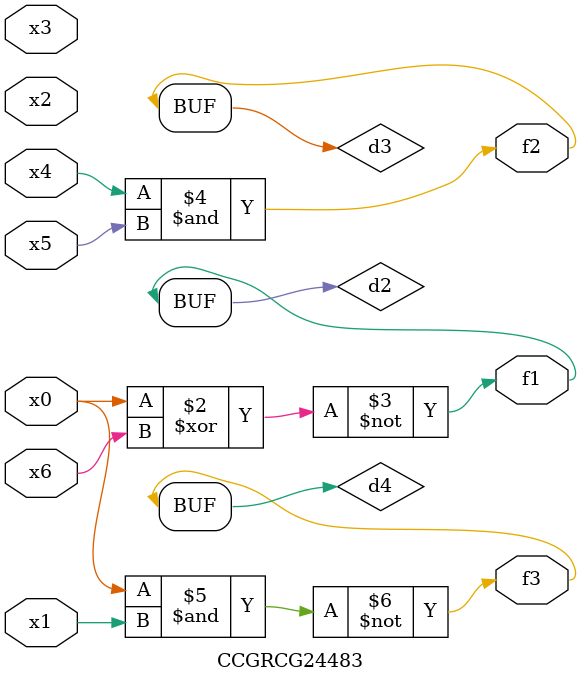
<source format=v>
module CCGRCG24483(
	input x0, x1, x2, x3, x4, x5, x6,
	output f1, f2, f3
);

	wire d1, d2, d3, d4;

	nor (d1, x0);
	xnor (d2, x0, x6);
	and (d3, x4, x5);
	nand (d4, x0, x1);
	assign f1 = d2;
	assign f2 = d3;
	assign f3 = d4;
endmodule

</source>
